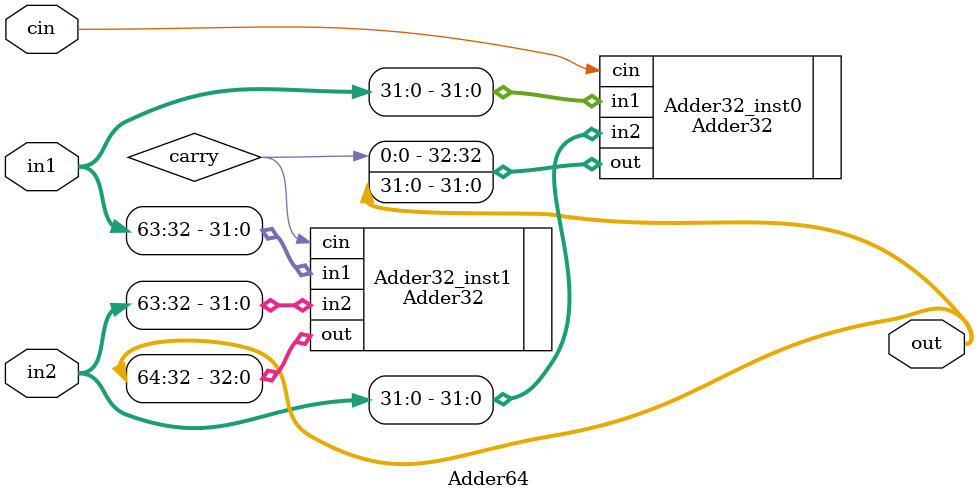
<source format=v>
module Adder64 (  //六十四位超前进位快速加法器
    input         cin,
    input  [63:0] in1,
    input  [63:0] in2,
    output [64:0] out
);
  wire carry;
  Adder32 Adder32_inst0 (
      .cin(cin),
      .in1(in1[31:0]),
      .in2(in2[31:0]),
      .out({carry, out[31:0]})
  );
  Adder32 Adder32_inst1 (
      .cin(carry),
      .in1(in1[63:32]),
      .in2(in2[63:32]),
      .out(out[64:32])
  );
endmodule

</source>
